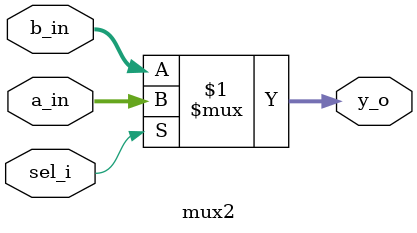
<source format=v>

`timescale 1ns / 1ps

module mux2 
#( 
  parameter DATA_WIDTH = 20
) (
  input [DATA_WIDTH-1:0] a_in,
  input [DATA_WIDTH-1:0] b_in,
  input                  sel_i,
  output[DATA_WIDTH-1:0] y_o
);

  assign y_o = sel_i ? a_in : b_in;

endmodule

</source>
